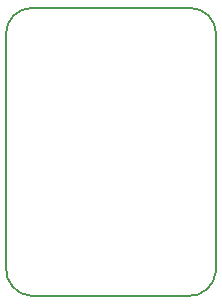
<source format=gko>
%TF.GenerationSoftware,KiCad,Pcbnew,4.0.7-e2-6376~58~ubuntu16.04.1*%
%TF.CreationDate,2018-01-20T15:33:45+01:00*%
%TF.ProjectId,BasicModule-II,42617369634D6F64756C652D49492E6B,rev?*%
%TF.FileFunction,Profile,NP*%
%FSLAX46Y46*%
G04 Gerber Fmt 4.6, Leading zero omitted, Abs format (unit mm)*
G04 Created by KiCad (PCBNEW 4.0.7-e2-6376~58~ubuntu16.04.1) date Sat Jan 20 15:33:45 2018*
%MOMM*%
%LPD*%
G01*
G04 APERTURE LIST*
%ADD10C,0.100000*%
%ADD11C,0.127000*%
G04 APERTURE END LIST*
D10*
D11*
X15748000Y-254000D02*
X2286000Y-254000D01*
X17907000Y-2413000D02*
X17907000Y-22479000D01*
X17907000Y-2413000D02*
G75*
G03X15748000Y-254000I-2159000J0D01*
G01*
X127000Y-2413000D02*
X127000Y-22225000D01*
X2286000Y-254000D02*
G75*
G03X127000Y-2413000I0J-2159000D01*
G01*
X15494000Y-24638000D02*
X2286000Y-24638000D01*
X127000Y-22225000D02*
G75*
G03X2286000Y-24638000I2286000J-127000D01*
G01*
X15494000Y-24638000D02*
G75*
G03X17907000Y-22479000I127000J2286000D01*
G01*
M02*

</source>
